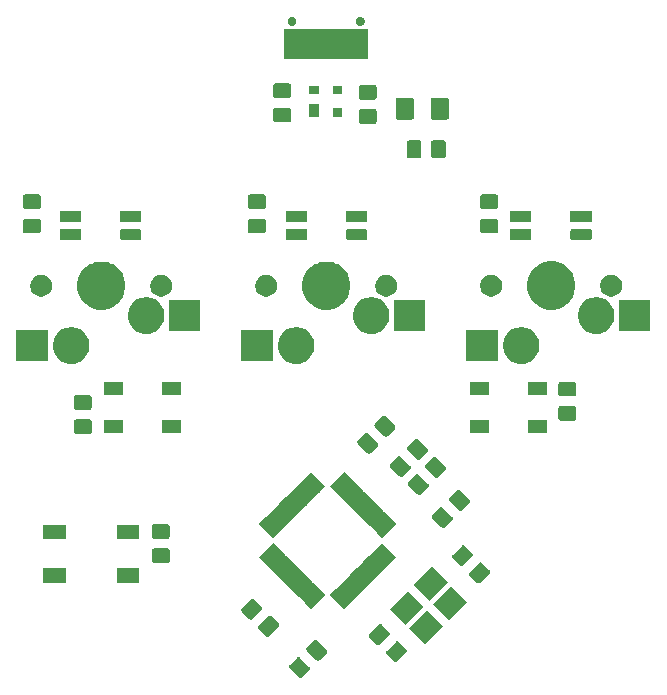
<source format=gbr>
G04 #@! TF.GenerationSoftware,KiCad,Pcbnew,(5.1.4)-1*
G04 #@! TF.CreationDate,2022-02-01T02:11:59+08:00*
G04 #@! TF.ProjectId,filled,66696c6c-6564-42e6-9b69-6361645f7063,rev?*
G04 #@! TF.SameCoordinates,Original*
G04 #@! TF.FileFunction,Soldermask,Bot*
G04 #@! TF.FilePolarity,Negative*
%FSLAX46Y46*%
G04 Gerber Fmt 4.6, Leading zero omitted, Abs format (unit mm)*
G04 Created by KiCad (PCBNEW (5.1.4)-1) date 2022-02-01 02:11:59*
%MOMM*%
%LPD*%
G04 APERTURE LIST*
%ADD10C,0.100000*%
G04 APERTURE END LIST*
D10*
G36*
X90830239Y-119054820D02*
G01*
X90867932Y-119066254D01*
X90902668Y-119084821D01*
X90937881Y-119113719D01*
X91706281Y-119882119D01*
X91735179Y-119917332D01*
X91753746Y-119952068D01*
X91765180Y-119989761D01*
X91769040Y-120028956D01*
X91765180Y-120068151D01*
X91753746Y-120105844D01*
X91735179Y-120140580D01*
X91706281Y-120175793D01*
X91114657Y-120767417D01*
X91079444Y-120796315D01*
X91044708Y-120814882D01*
X91007015Y-120826316D01*
X90967820Y-120830176D01*
X90928625Y-120826316D01*
X90890932Y-120814882D01*
X90856196Y-120796315D01*
X90820983Y-120767417D01*
X90052583Y-119999017D01*
X90023685Y-119963804D01*
X90005118Y-119929068D01*
X89993684Y-119891375D01*
X89989824Y-119852180D01*
X89993684Y-119812985D01*
X90005118Y-119775292D01*
X90023685Y-119740556D01*
X90052583Y-119705343D01*
X90644207Y-119113719D01*
X90679420Y-119084821D01*
X90714156Y-119066254D01*
X90751849Y-119054820D01*
X90791044Y-119050960D01*
X90830239Y-119054820D01*
X90830239Y-119054820D01*
G37*
G36*
X99187583Y-117732252D02*
G01*
X99225276Y-117743686D01*
X99260012Y-117762253D01*
X99295225Y-117791151D01*
X99886849Y-118382775D01*
X99915747Y-118417988D01*
X99934314Y-118452724D01*
X99945748Y-118490417D01*
X99949608Y-118529612D01*
X99945748Y-118568807D01*
X99934314Y-118606500D01*
X99915747Y-118641236D01*
X99886849Y-118676449D01*
X99118449Y-119444849D01*
X99083236Y-119473747D01*
X99048500Y-119492314D01*
X99010807Y-119503748D01*
X98971612Y-119507608D01*
X98932417Y-119503748D01*
X98894724Y-119492314D01*
X98859988Y-119473747D01*
X98824775Y-119444849D01*
X98233151Y-118853225D01*
X98204253Y-118818012D01*
X98185686Y-118783276D01*
X98174252Y-118745583D01*
X98170392Y-118706388D01*
X98174252Y-118667193D01*
X98185686Y-118629500D01*
X98204253Y-118594764D01*
X98233151Y-118559551D01*
X99001551Y-117791151D01*
X99036764Y-117762253D01*
X99071500Y-117743686D01*
X99109193Y-117732252D01*
X99148388Y-117728392D01*
X99187583Y-117732252D01*
X99187583Y-117732252D01*
G37*
G36*
X92279807Y-117605252D02*
G01*
X92317500Y-117616686D01*
X92352236Y-117635253D01*
X92387449Y-117664151D01*
X93155849Y-118432551D01*
X93184747Y-118467764D01*
X93203314Y-118502500D01*
X93214748Y-118540193D01*
X93218608Y-118579388D01*
X93214748Y-118618583D01*
X93203314Y-118656276D01*
X93184747Y-118691012D01*
X93155849Y-118726225D01*
X92564225Y-119317849D01*
X92529012Y-119346747D01*
X92494276Y-119365314D01*
X92456583Y-119376748D01*
X92417388Y-119380608D01*
X92378193Y-119376748D01*
X92340500Y-119365314D01*
X92305764Y-119346747D01*
X92270551Y-119317849D01*
X91502151Y-118549449D01*
X91473253Y-118514236D01*
X91454686Y-118479500D01*
X91443252Y-118441807D01*
X91439392Y-118402612D01*
X91443252Y-118363417D01*
X91454686Y-118325724D01*
X91473253Y-118290988D01*
X91502151Y-118255775D01*
X92093775Y-117664151D01*
X92128988Y-117635253D01*
X92163724Y-117616686D01*
X92201417Y-117605252D01*
X92240612Y-117601392D01*
X92279807Y-117605252D01*
X92279807Y-117605252D01*
G37*
G36*
X97738015Y-116282684D02*
G01*
X97775708Y-116294118D01*
X97810444Y-116312685D01*
X97845657Y-116341583D01*
X98437281Y-116933207D01*
X98466179Y-116968420D01*
X98484746Y-117003156D01*
X98496180Y-117040849D01*
X98500040Y-117080044D01*
X98496180Y-117119239D01*
X98484746Y-117156932D01*
X98466179Y-117191668D01*
X98437281Y-117226881D01*
X97668881Y-117995281D01*
X97633668Y-118024179D01*
X97598932Y-118042746D01*
X97561239Y-118054180D01*
X97522044Y-118058040D01*
X97482849Y-118054180D01*
X97445156Y-118042746D01*
X97410420Y-118024179D01*
X97375207Y-117995281D01*
X96783583Y-117403657D01*
X96754685Y-117368444D01*
X96736118Y-117333708D01*
X96724684Y-117296015D01*
X96720824Y-117256820D01*
X96724684Y-117217625D01*
X96736118Y-117179932D01*
X96754685Y-117145196D01*
X96783583Y-117109983D01*
X97551983Y-116341583D01*
X97587196Y-116312685D01*
X97621932Y-116294118D01*
X97659625Y-116282684D01*
X97698820Y-116278824D01*
X97738015Y-116282684D01*
X97738015Y-116282684D01*
G37*
G36*
X103014099Y-116420189D02*
G01*
X101457050Y-117977238D01*
X100112133Y-116632321D01*
X101669182Y-115075272D01*
X103014099Y-116420189D01*
X103014099Y-116420189D01*
G37*
G36*
X88392583Y-115573252D02*
G01*
X88430276Y-115584686D01*
X88465012Y-115603253D01*
X88500225Y-115632151D01*
X89091849Y-116223775D01*
X89120747Y-116258988D01*
X89139314Y-116293724D01*
X89150748Y-116331417D01*
X89154608Y-116370612D01*
X89150748Y-116409807D01*
X89139314Y-116447500D01*
X89120747Y-116482236D01*
X89091849Y-116517449D01*
X88323449Y-117285849D01*
X88288236Y-117314747D01*
X88253500Y-117333314D01*
X88215807Y-117344748D01*
X88176612Y-117348608D01*
X88137417Y-117344748D01*
X88099724Y-117333314D01*
X88064988Y-117314747D01*
X88029775Y-117285849D01*
X87438151Y-116694225D01*
X87409253Y-116659012D01*
X87390686Y-116624276D01*
X87379252Y-116586583D01*
X87375392Y-116547388D01*
X87379252Y-116508193D01*
X87390686Y-116470500D01*
X87409253Y-116435764D01*
X87438151Y-116400551D01*
X88206551Y-115632151D01*
X88241764Y-115603253D01*
X88276500Y-115584686D01*
X88314193Y-115573252D01*
X88353388Y-115569392D01*
X88392583Y-115573252D01*
X88392583Y-115573252D01*
G37*
G36*
X101387753Y-114793843D02*
G01*
X99830704Y-116350892D01*
X98485787Y-115005975D01*
X100042836Y-113448926D01*
X101387753Y-114793843D01*
X101387753Y-114793843D01*
G37*
G36*
X105064709Y-114369579D02*
G01*
X103507660Y-115926628D01*
X102162743Y-114581711D01*
X103719792Y-113024662D01*
X105064709Y-114369579D01*
X105064709Y-114369579D01*
G37*
G36*
X86943015Y-114123684D02*
G01*
X86980708Y-114135118D01*
X87015444Y-114153685D01*
X87050657Y-114182583D01*
X87642281Y-114774207D01*
X87671179Y-114809420D01*
X87689746Y-114844156D01*
X87701180Y-114881849D01*
X87705040Y-114921044D01*
X87701180Y-114960239D01*
X87689746Y-114997932D01*
X87671179Y-115032668D01*
X87642281Y-115067881D01*
X86873881Y-115836281D01*
X86838668Y-115865179D01*
X86803932Y-115883746D01*
X86766239Y-115895180D01*
X86727044Y-115899040D01*
X86687849Y-115895180D01*
X86650156Y-115883746D01*
X86615420Y-115865179D01*
X86580207Y-115836281D01*
X85988583Y-115244657D01*
X85959685Y-115209444D01*
X85941118Y-115174708D01*
X85929684Y-115137015D01*
X85925824Y-115097820D01*
X85929684Y-115058625D01*
X85941118Y-115020932D01*
X85959685Y-114986196D01*
X85988583Y-114950983D01*
X86756983Y-114182583D01*
X86792196Y-114153685D01*
X86826932Y-114135118D01*
X86864625Y-114123684D01*
X86903820Y-114119824D01*
X86943015Y-114123684D01*
X86943015Y-114123684D01*
G37*
G36*
X89099717Y-109847639D02*
G01*
X89099717Y-109847640D01*
X89115981Y-109863904D01*
X89115987Y-109863909D01*
X89204369Y-109952291D01*
X89204369Y-109952290D01*
X89665403Y-110413324D01*
X89665403Y-110413325D01*
X89753785Y-110501707D01*
X89753790Y-110501713D01*
X89770054Y-110517977D01*
X89770054Y-110517976D01*
X90231088Y-110979010D01*
X90231088Y-110979011D01*
X90335739Y-111083662D01*
X90335739Y-111083661D01*
X90796773Y-111544695D01*
X90796773Y-111544696D01*
X90901425Y-111649348D01*
X90901425Y-111649347D01*
X91362459Y-112110381D01*
X91362459Y-112110382D01*
X91467110Y-112215033D01*
X91467110Y-112215032D01*
X91928144Y-112676066D01*
X91928144Y-112676067D01*
X91944408Y-112692331D01*
X91944414Y-112692336D01*
X92032796Y-112780718D01*
X92032796Y-112780717D01*
X92493830Y-113241751D01*
X92493830Y-113241752D01*
X92582212Y-113330134D01*
X92582217Y-113330140D01*
X92598481Y-113346404D01*
X92598481Y-113346403D01*
X93059515Y-113807437D01*
X91856019Y-115010933D01*
X91394985Y-114549899D01*
X91394986Y-114549899D01*
X91306604Y-114461517D01*
X91306599Y-114461511D01*
X91290335Y-114445247D01*
X91290334Y-114445247D01*
X90829300Y-113984213D01*
X90829301Y-113984213D01*
X90813037Y-113967949D01*
X90813031Y-113967944D01*
X90724649Y-113879562D01*
X90724648Y-113879562D01*
X90263614Y-113418528D01*
X90263615Y-113418528D01*
X90158964Y-113313877D01*
X90158963Y-113313877D01*
X89697929Y-112852843D01*
X89697930Y-112852843D01*
X89593278Y-112748191D01*
X89593277Y-112748191D01*
X89132243Y-112287157D01*
X89132244Y-112287157D01*
X89027593Y-112182506D01*
X89027592Y-112182506D01*
X88566558Y-111721472D01*
X88566559Y-111721472D01*
X88478177Y-111633090D01*
X88478172Y-111633084D01*
X88461908Y-111616820D01*
X88461907Y-111616820D01*
X88000873Y-111155786D01*
X88000874Y-111155786D01*
X87984610Y-111139522D01*
X87984604Y-111139517D01*
X87896222Y-111051135D01*
X87896221Y-111051135D01*
X87435187Y-110590101D01*
X88638683Y-109386605D01*
X89099717Y-109847639D01*
X89099717Y-109847639D01*
G37*
G36*
X99069923Y-110590101D02*
G01*
X98608889Y-111051135D01*
X98504237Y-111155786D01*
X98043203Y-111616820D01*
X97938552Y-111721472D01*
X95780462Y-113879562D01*
X95675810Y-113984213D01*
X95214776Y-114445247D01*
X95110125Y-114549899D01*
X94649091Y-115010933D01*
X93445595Y-113807437D01*
X93906629Y-113346403D01*
X93906630Y-113346404D01*
X93922894Y-113330140D01*
X93922903Y-113330129D01*
X94011281Y-113241752D01*
X94011280Y-113241751D01*
X94472314Y-112780717D01*
X94472315Y-112780718D01*
X94560692Y-112692340D01*
X94560703Y-112692331D01*
X94576967Y-112676067D01*
X94576966Y-112676066D01*
X95038000Y-112215032D01*
X95038001Y-112215033D01*
X95126388Y-112126645D01*
X95142652Y-112110382D01*
X95142651Y-112110381D01*
X95603685Y-111649347D01*
X95603686Y-111649348D01*
X95708338Y-111544696D01*
X95708337Y-111544695D01*
X96169371Y-111083661D01*
X96169372Y-111083662D01*
X96257759Y-110995274D01*
X96274023Y-110979011D01*
X96274022Y-110979010D01*
X96735056Y-110517976D01*
X96735057Y-110517977D01*
X96751321Y-110501713D01*
X96751330Y-110501702D01*
X96839708Y-110413325D01*
X96839707Y-110413324D01*
X97300741Y-109952290D01*
X97300742Y-109952291D01*
X97389119Y-109863913D01*
X97389130Y-109863904D01*
X97405394Y-109847640D01*
X97405393Y-109847639D01*
X97866427Y-109386605D01*
X99069923Y-110590101D01*
X99069923Y-110590101D01*
G37*
G36*
X103438363Y-112743233D02*
G01*
X101881314Y-114300282D01*
X100536397Y-112955365D01*
X102093446Y-111398316D01*
X103438363Y-112743233D01*
X103438363Y-112743233D01*
G37*
G36*
X106225151Y-111053820D02*
G01*
X106262844Y-111065254D01*
X106297580Y-111083821D01*
X106332793Y-111112719D01*
X106924417Y-111704343D01*
X106953315Y-111739556D01*
X106971882Y-111774292D01*
X106983316Y-111811985D01*
X106987176Y-111851180D01*
X106983316Y-111890375D01*
X106971882Y-111928068D01*
X106953315Y-111962804D01*
X106924417Y-111998017D01*
X106156017Y-112766417D01*
X106120804Y-112795315D01*
X106086068Y-112813882D01*
X106048375Y-112825316D01*
X106009180Y-112829176D01*
X105969985Y-112825316D01*
X105932292Y-112813882D01*
X105897556Y-112795315D01*
X105862343Y-112766417D01*
X105270719Y-112174793D01*
X105241821Y-112139580D01*
X105223254Y-112104844D01*
X105211820Y-112067151D01*
X105207960Y-112027956D01*
X105211820Y-111988761D01*
X105223254Y-111951068D01*
X105241821Y-111916332D01*
X105270719Y-111881119D01*
X106039119Y-111112719D01*
X106074332Y-111083821D01*
X106109068Y-111065254D01*
X106146761Y-111053820D01*
X106185956Y-111049960D01*
X106225151Y-111053820D01*
X106225151Y-111053820D01*
G37*
G36*
X71078000Y-112759000D02*
G01*
X69176000Y-112759000D01*
X69176000Y-111557000D01*
X71078000Y-111557000D01*
X71078000Y-112759000D01*
X71078000Y-112759000D01*
G37*
G36*
X77278000Y-112759000D02*
G01*
X75376000Y-112759000D01*
X75376000Y-111557000D01*
X77278000Y-111557000D01*
X77278000Y-112759000D01*
X77278000Y-112759000D01*
G37*
G36*
X104775583Y-109604252D02*
G01*
X104813276Y-109615686D01*
X104848012Y-109634253D01*
X104883225Y-109663151D01*
X105474849Y-110254775D01*
X105503747Y-110289988D01*
X105522314Y-110324724D01*
X105533748Y-110362417D01*
X105537608Y-110401612D01*
X105533748Y-110440807D01*
X105522314Y-110478500D01*
X105503747Y-110513236D01*
X105474849Y-110548449D01*
X104706449Y-111316849D01*
X104671236Y-111345747D01*
X104636500Y-111364314D01*
X104598807Y-111375748D01*
X104559612Y-111379608D01*
X104520417Y-111375748D01*
X104482724Y-111364314D01*
X104447988Y-111345747D01*
X104412775Y-111316849D01*
X103821151Y-110725225D01*
X103792253Y-110690012D01*
X103773686Y-110655276D01*
X103762252Y-110617583D01*
X103758392Y-110578388D01*
X103762252Y-110539193D01*
X103773686Y-110501500D01*
X103792253Y-110466764D01*
X103821151Y-110431551D01*
X104589551Y-109663151D01*
X104624764Y-109634253D01*
X104659500Y-109615686D01*
X104697193Y-109604252D01*
X104736388Y-109600392D01*
X104775583Y-109604252D01*
X104775583Y-109604252D01*
G37*
G36*
X79709674Y-109868466D02*
G01*
X79747367Y-109879900D01*
X79782103Y-109898467D01*
X79812548Y-109923453D01*
X79837534Y-109953898D01*
X79856101Y-109988634D01*
X79867535Y-110026327D01*
X79872000Y-110071662D01*
X79872000Y-110908340D01*
X79867535Y-110953675D01*
X79856101Y-110991368D01*
X79837534Y-111026104D01*
X79812548Y-111056549D01*
X79782103Y-111081535D01*
X79747367Y-111100102D01*
X79709674Y-111111536D01*
X79664339Y-111116001D01*
X78577661Y-111116001D01*
X78532326Y-111111536D01*
X78494633Y-111100102D01*
X78459897Y-111081535D01*
X78429452Y-111056549D01*
X78404466Y-111026104D01*
X78385899Y-110991368D01*
X78374465Y-110953675D01*
X78370000Y-110908340D01*
X78370000Y-110071662D01*
X78374465Y-110026327D01*
X78385899Y-109988634D01*
X78404466Y-109953898D01*
X78429452Y-109923453D01*
X78459897Y-109898467D01*
X78494633Y-109879900D01*
X78532326Y-109868466D01*
X78577661Y-109864001D01*
X79664339Y-109864001D01*
X79709674Y-109868466D01*
X79709674Y-109868466D01*
G37*
G36*
X79709674Y-107818466D02*
G01*
X79747367Y-107829900D01*
X79782103Y-107848467D01*
X79812548Y-107873453D01*
X79837534Y-107903898D01*
X79856101Y-107938634D01*
X79867535Y-107976327D01*
X79872000Y-108021662D01*
X79872000Y-108858340D01*
X79867535Y-108903675D01*
X79856101Y-108941368D01*
X79837534Y-108976104D01*
X79812548Y-109006549D01*
X79782103Y-109031535D01*
X79747367Y-109050102D01*
X79709674Y-109061536D01*
X79664339Y-109066001D01*
X78577661Y-109066001D01*
X78532326Y-109061536D01*
X78494633Y-109050102D01*
X78459897Y-109031535D01*
X78429452Y-109006549D01*
X78404466Y-108976104D01*
X78385899Y-108941368D01*
X78374465Y-108903675D01*
X78370000Y-108858340D01*
X78370000Y-108021662D01*
X78374465Y-107976327D01*
X78385899Y-107938634D01*
X78404466Y-107903898D01*
X78429452Y-107873453D01*
X78459897Y-107848467D01*
X78494633Y-107829900D01*
X78532326Y-107818466D01*
X78577661Y-107814001D01*
X79664339Y-107814001D01*
X79709674Y-107818466D01*
X79709674Y-107818466D01*
G37*
G36*
X71078000Y-109059000D02*
G01*
X69176000Y-109059000D01*
X69176000Y-107857000D01*
X71078000Y-107857000D01*
X71078000Y-109059000D01*
X71078000Y-109059000D01*
G37*
G36*
X77278000Y-109059000D02*
G01*
X75376000Y-109059000D01*
X75376000Y-107857000D01*
X77278000Y-107857000D01*
X77278000Y-109059000D01*
X77278000Y-109059000D01*
G37*
G36*
X95110125Y-103837231D02*
G01*
X95110125Y-103837232D01*
X95198507Y-103925614D01*
X95198512Y-103925620D01*
X95214776Y-103941884D01*
X95214776Y-103941883D01*
X95675810Y-104402917D01*
X95675810Y-104402918D01*
X95692074Y-104419182D01*
X95692080Y-104419187D01*
X95780462Y-104507569D01*
X95780462Y-104507568D01*
X96241496Y-104968602D01*
X96241496Y-104968603D01*
X96346147Y-105073254D01*
X96346147Y-105073253D01*
X96807181Y-105534287D01*
X96807181Y-105534288D01*
X96911833Y-105638940D01*
X96911833Y-105638939D01*
X97372867Y-106099973D01*
X97372867Y-106099974D01*
X97477518Y-106204625D01*
X97477518Y-106204624D01*
X97938552Y-106665658D01*
X97938552Y-106665659D01*
X98026934Y-106754041D01*
X98026939Y-106754047D01*
X98043203Y-106770311D01*
X98043203Y-106770310D01*
X98504237Y-107231344D01*
X98504237Y-107231345D01*
X98520501Y-107247609D01*
X98520507Y-107247614D01*
X98608889Y-107335996D01*
X98608889Y-107335995D01*
X99069923Y-107797029D01*
X97866427Y-109000525D01*
X97405393Y-108539491D01*
X97405394Y-108539491D01*
X97389130Y-108523227D01*
X97389124Y-108523222D01*
X97300742Y-108434840D01*
X97300741Y-108434840D01*
X96839707Y-107973806D01*
X96839708Y-107973806D01*
X96751326Y-107885424D01*
X96751321Y-107885418D01*
X96735057Y-107869154D01*
X96735056Y-107869154D01*
X96274022Y-107408120D01*
X96274023Y-107408120D01*
X96169372Y-107303469D01*
X96169371Y-107303469D01*
X95708337Y-106842435D01*
X95708338Y-106842435D01*
X95603686Y-106737783D01*
X95603685Y-106737783D01*
X95142651Y-106276749D01*
X95142652Y-106276749D01*
X95038001Y-106172098D01*
X95038000Y-106172098D01*
X94576966Y-105711064D01*
X94576967Y-105711064D01*
X94560703Y-105694800D01*
X94560697Y-105694795D01*
X94472315Y-105606413D01*
X94472314Y-105606413D01*
X94011280Y-105145379D01*
X94011281Y-105145379D01*
X93922899Y-105056997D01*
X93922894Y-105056991D01*
X93906630Y-105040727D01*
X93906629Y-105040727D01*
X93445595Y-104579693D01*
X94649091Y-103376197D01*
X95110125Y-103837231D01*
X95110125Y-103837231D01*
G37*
G36*
X93059515Y-104579693D02*
G01*
X92582217Y-105056991D01*
X92493830Y-105145379D01*
X92032796Y-105606413D01*
X91944408Y-105694800D01*
X91467110Y-106172098D01*
X91378722Y-106260485D01*
X91362459Y-106276749D01*
X90335739Y-107303469D01*
X90247351Y-107391856D01*
X90231088Y-107408120D01*
X89753790Y-107885418D01*
X89665403Y-107973806D01*
X89204369Y-108434840D01*
X89115981Y-108523227D01*
X88638683Y-109000525D01*
X87435187Y-107797029D01*
X87896221Y-107335995D01*
X87896222Y-107335996D01*
X87984599Y-107247618D01*
X87984610Y-107247609D01*
X88000874Y-107231345D01*
X88000873Y-107231344D01*
X88461907Y-106770310D01*
X88461908Y-106770311D01*
X88478172Y-106754047D01*
X88478181Y-106754036D01*
X88566559Y-106665659D01*
X88566558Y-106665658D01*
X89027592Y-106204624D01*
X89027593Y-106204625D01*
X89132244Y-106099974D01*
X89132243Y-106099973D01*
X89593277Y-105638939D01*
X89593278Y-105638940D01*
X89697930Y-105534288D01*
X89697929Y-105534287D01*
X90158963Y-105073253D01*
X90158964Y-105073254D01*
X90263615Y-104968603D01*
X90263614Y-104968602D01*
X90724648Y-104507568D01*
X90724649Y-104507569D01*
X90813026Y-104419191D01*
X90813037Y-104419182D01*
X90829301Y-104402918D01*
X90829300Y-104402917D01*
X91290334Y-103941883D01*
X91290335Y-103941884D01*
X91306599Y-103925620D01*
X91306608Y-103925609D01*
X91394986Y-103837232D01*
X91394985Y-103837231D01*
X91856019Y-103376197D01*
X93059515Y-104579693D01*
X93059515Y-104579693D01*
G37*
G36*
X102895239Y-106354820D02*
G01*
X102932932Y-106366254D01*
X102967668Y-106384821D01*
X103002881Y-106413719D01*
X103771281Y-107182119D01*
X103800179Y-107217332D01*
X103818746Y-107252068D01*
X103830180Y-107289761D01*
X103834040Y-107328956D01*
X103830180Y-107368151D01*
X103818746Y-107405844D01*
X103800179Y-107440580D01*
X103771281Y-107475793D01*
X103179657Y-108067417D01*
X103144444Y-108096315D01*
X103109708Y-108114882D01*
X103072015Y-108126316D01*
X103032820Y-108130176D01*
X102993625Y-108126316D01*
X102955932Y-108114882D01*
X102921196Y-108096315D01*
X102885983Y-108067417D01*
X102117583Y-107299017D01*
X102088685Y-107263804D01*
X102070118Y-107229068D01*
X102058684Y-107191375D01*
X102054824Y-107152180D01*
X102058684Y-107112985D01*
X102070118Y-107075292D01*
X102088685Y-107040556D01*
X102117583Y-107005343D01*
X102709207Y-106413719D01*
X102744420Y-106384821D01*
X102779156Y-106366254D01*
X102816849Y-106354820D01*
X102856044Y-106350960D01*
X102895239Y-106354820D01*
X102895239Y-106354820D01*
G37*
G36*
X104344807Y-104905252D02*
G01*
X104382500Y-104916686D01*
X104417236Y-104935253D01*
X104452449Y-104964151D01*
X105220849Y-105732551D01*
X105249747Y-105767764D01*
X105268314Y-105802500D01*
X105279748Y-105840193D01*
X105283608Y-105879388D01*
X105279748Y-105918583D01*
X105268314Y-105956276D01*
X105249747Y-105991012D01*
X105220849Y-106026225D01*
X104629225Y-106617849D01*
X104594012Y-106646747D01*
X104559276Y-106665314D01*
X104521583Y-106676748D01*
X104482388Y-106680608D01*
X104443193Y-106676748D01*
X104405500Y-106665314D01*
X104370764Y-106646747D01*
X104335551Y-106617849D01*
X103567151Y-105849449D01*
X103538253Y-105814236D01*
X103519686Y-105779500D01*
X103508252Y-105741807D01*
X103504392Y-105702612D01*
X103508252Y-105663417D01*
X103519686Y-105625724D01*
X103538253Y-105590988D01*
X103567151Y-105555775D01*
X104158775Y-104964151D01*
X104193988Y-104935253D01*
X104228724Y-104916686D01*
X104266417Y-104905252D01*
X104305612Y-104901392D01*
X104344807Y-104905252D01*
X104344807Y-104905252D01*
G37*
G36*
X100863239Y-103560820D02*
G01*
X100900932Y-103572254D01*
X100935668Y-103590821D01*
X100970881Y-103619719D01*
X101739281Y-104388119D01*
X101768179Y-104423332D01*
X101786746Y-104458068D01*
X101798180Y-104495761D01*
X101802040Y-104534956D01*
X101798180Y-104574151D01*
X101786746Y-104611844D01*
X101768179Y-104646580D01*
X101739281Y-104681793D01*
X101147657Y-105273417D01*
X101112444Y-105302315D01*
X101077708Y-105320882D01*
X101040015Y-105332316D01*
X101000820Y-105336176D01*
X100961625Y-105332316D01*
X100923932Y-105320882D01*
X100889196Y-105302315D01*
X100853983Y-105273417D01*
X100085583Y-104505017D01*
X100056685Y-104469804D01*
X100038118Y-104435068D01*
X100026684Y-104397375D01*
X100022824Y-104358180D01*
X100026684Y-104318985D01*
X100038118Y-104281292D01*
X100056685Y-104246556D01*
X100085583Y-104211343D01*
X100677207Y-103619719D01*
X100712420Y-103590821D01*
X100747156Y-103572254D01*
X100784849Y-103560820D01*
X100824044Y-103556960D01*
X100863239Y-103560820D01*
X100863239Y-103560820D01*
G37*
G36*
X102312807Y-102111252D02*
G01*
X102350500Y-102122686D01*
X102385236Y-102141253D01*
X102420449Y-102170151D01*
X103188849Y-102938551D01*
X103217747Y-102973764D01*
X103236314Y-103008500D01*
X103247748Y-103046193D01*
X103251608Y-103085388D01*
X103247748Y-103124583D01*
X103236314Y-103162276D01*
X103217747Y-103197012D01*
X103188849Y-103232225D01*
X102597225Y-103823849D01*
X102562012Y-103852747D01*
X102527276Y-103871314D01*
X102489583Y-103882748D01*
X102450388Y-103886608D01*
X102411193Y-103882748D01*
X102373500Y-103871314D01*
X102338764Y-103852747D01*
X102303551Y-103823849D01*
X101535151Y-103055449D01*
X101506253Y-103020236D01*
X101487686Y-102985500D01*
X101476252Y-102947807D01*
X101472392Y-102908612D01*
X101476252Y-102869417D01*
X101487686Y-102831724D01*
X101506253Y-102796988D01*
X101535151Y-102761775D01*
X102126775Y-102170151D01*
X102161988Y-102141253D01*
X102196724Y-102122686D01*
X102234417Y-102111252D01*
X102273612Y-102107392D01*
X102312807Y-102111252D01*
X102312807Y-102111252D01*
G37*
G36*
X99339239Y-102036820D02*
G01*
X99376932Y-102048254D01*
X99411668Y-102066821D01*
X99446881Y-102095719D01*
X100215281Y-102864119D01*
X100244179Y-102899332D01*
X100262746Y-102934068D01*
X100274180Y-102971761D01*
X100278040Y-103010956D01*
X100274180Y-103050151D01*
X100262746Y-103087844D01*
X100244179Y-103122580D01*
X100215281Y-103157793D01*
X99623657Y-103749417D01*
X99588444Y-103778315D01*
X99553708Y-103796882D01*
X99516015Y-103808316D01*
X99476820Y-103812176D01*
X99437625Y-103808316D01*
X99399932Y-103796882D01*
X99365196Y-103778315D01*
X99329983Y-103749417D01*
X98561583Y-102981017D01*
X98532685Y-102945804D01*
X98514118Y-102911068D01*
X98502684Y-102873375D01*
X98498824Y-102834180D01*
X98502684Y-102794985D01*
X98514118Y-102757292D01*
X98532685Y-102722556D01*
X98561583Y-102687343D01*
X99153207Y-102095719D01*
X99188420Y-102066821D01*
X99223156Y-102048254D01*
X99260849Y-102036820D01*
X99300044Y-102032960D01*
X99339239Y-102036820D01*
X99339239Y-102036820D01*
G37*
G36*
X100788807Y-100587252D02*
G01*
X100826500Y-100598686D01*
X100861236Y-100617253D01*
X100896449Y-100646151D01*
X101664849Y-101414551D01*
X101693747Y-101449764D01*
X101712314Y-101484500D01*
X101723748Y-101522193D01*
X101727608Y-101561388D01*
X101723748Y-101600583D01*
X101712314Y-101638276D01*
X101693747Y-101673012D01*
X101664849Y-101708225D01*
X101073225Y-102299849D01*
X101038012Y-102328747D01*
X101003276Y-102347314D01*
X100965583Y-102358748D01*
X100926388Y-102362608D01*
X100887193Y-102358748D01*
X100849500Y-102347314D01*
X100814764Y-102328747D01*
X100779551Y-102299849D01*
X100011151Y-101531449D01*
X99982253Y-101496236D01*
X99963686Y-101461500D01*
X99952252Y-101423807D01*
X99948392Y-101384612D01*
X99952252Y-101345417D01*
X99963686Y-101307724D01*
X99982253Y-101272988D01*
X100011151Y-101237775D01*
X100602775Y-100646151D01*
X100637988Y-100617253D01*
X100672724Y-100598686D01*
X100710417Y-100587252D01*
X100749612Y-100583392D01*
X100788807Y-100587252D01*
X100788807Y-100587252D01*
G37*
G36*
X96597807Y-100079252D02*
G01*
X96635500Y-100090686D01*
X96670236Y-100109253D01*
X96705449Y-100138151D01*
X97473849Y-100906551D01*
X97502747Y-100941764D01*
X97521314Y-100976500D01*
X97532748Y-101014193D01*
X97536608Y-101053388D01*
X97532748Y-101092583D01*
X97521314Y-101130276D01*
X97502747Y-101165012D01*
X97473849Y-101200225D01*
X96882225Y-101791849D01*
X96847012Y-101820747D01*
X96812276Y-101839314D01*
X96774583Y-101850748D01*
X96735388Y-101854608D01*
X96696193Y-101850748D01*
X96658500Y-101839314D01*
X96623764Y-101820747D01*
X96588551Y-101791849D01*
X95820151Y-101023449D01*
X95791253Y-100988236D01*
X95772686Y-100953500D01*
X95761252Y-100915807D01*
X95757392Y-100876612D01*
X95761252Y-100837417D01*
X95772686Y-100799724D01*
X95791253Y-100764988D01*
X95820151Y-100729775D01*
X96411775Y-100138151D01*
X96446988Y-100109253D01*
X96481724Y-100090686D01*
X96519417Y-100079252D01*
X96558612Y-100075392D01*
X96597807Y-100079252D01*
X96597807Y-100079252D01*
G37*
G36*
X98047375Y-98629684D02*
G01*
X98085068Y-98641118D01*
X98119804Y-98659685D01*
X98155017Y-98688583D01*
X98923417Y-99456983D01*
X98952315Y-99492196D01*
X98970882Y-99526932D01*
X98982316Y-99564625D01*
X98986176Y-99603820D01*
X98982316Y-99643015D01*
X98970882Y-99680708D01*
X98952315Y-99715444D01*
X98923417Y-99750657D01*
X98331793Y-100342281D01*
X98296580Y-100371179D01*
X98261844Y-100389746D01*
X98224151Y-100401180D01*
X98184956Y-100405040D01*
X98145761Y-100401180D01*
X98108068Y-100389746D01*
X98073332Y-100371179D01*
X98038119Y-100342281D01*
X97269719Y-99573881D01*
X97240821Y-99538668D01*
X97222254Y-99503932D01*
X97210820Y-99466239D01*
X97206960Y-99427044D01*
X97210820Y-99387849D01*
X97222254Y-99350156D01*
X97240821Y-99315420D01*
X97269719Y-99280207D01*
X97861343Y-98688583D01*
X97896556Y-98659685D01*
X97931292Y-98641118D01*
X97968985Y-98629684D01*
X98008180Y-98625824D01*
X98047375Y-98629684D01*
X98047375Y-98629684D01*
G37*
G36*
X73105674Y-98946466D02*
G01*
X73143367Y-98957900D01*
X73178103Y-98976467D01*
X73208548Y-99001453D01*
X73233534Y-99031898D01*
X73252101Y-99066634D01*
X73263535Y-99104327D01*
X73268000Y-99149662D01*
X73268000Y-99986340D01*
X73263535Y-100031675D01*
X73252101Y-100069368D01*
X73233534Y-100104104D01*
X73208548Y-100134549D01*
X73178103Y-100159535D01*
X73143367Y-100178102D01*
X73105674Y-100189536D01*
X73060339Y-100194001D01*
X71973661Y-100194001D01*
X71928326Y-100189536D01*
X71890633Y-100178102D01*
X71855897Y-100159535D01*
X71825452Y-100134549D01*
X71800466Y-100104104D01*
X71781899Y-100069368D01*
X71770465Y-100031675D01*
X71766000Y-99986340D01*
X71766000Y-99149662D01*
X71770465Y-99104327D01*
X71781899Y-99066634D01*
X71800466Y-99031898D01*
X71825452Y-99001453D01*
X71855897Y-98976467D01*
X71890633Y-98957900D01*
X71928326Y-98946466D01*
X71973661Y-98942001D01*
X73060339Y-98942001D01*
X73105674Y-98946466D01*
X73105674Y-98946466D01*
G37*
G36*
X80848000Y-100068000D02*
G01*
X79246000Y-100068000D01*
X79246000Y-98966000D01*
X80848000Y-98966000D01*
X80848000Y-100068000D01*
X80848000Y-100068000D01*
G37*
G36*
X106936000Y-100068000D02*
G01*
X105334000Y-100068000D01*
X105334000Y-98966000D01*
X106936000Y-98966000D01*
X106936000Y-100068000D01*
X106936000Y-100068000D01*
G37*
G36*
X75948000Y-100068000D02*
G01*
X74346000Y-100068000D01*
X74346000Y-98966000D01*
X75948000Y-98966000D01*
X75948000Y-100068000D01*
X75948000Y-100068000D01*
G37*
G36*
X111836000Y-100068000D02*
G01*
X110234000Y-100068000D01*
X110234000Y-98966000D01*
X111836000Y-98966000D01*
X111836000Y-100068000D01*
X111836000Y-100068000D01*
G37*
G36*
X114126674Y-97803465D02*
G01*
X114164367Y-97814899D01*
X114199103Y-97833466D01*
X114229548Y-97858452D01*
X114254534Y-97888897D01*
X114273101Y-97923633D01*
X114284535Y-97961326D01*
X114289000Y-98006661D01*
X114289000Y-98843339D01*
X114284535Y-98888674D01*
X114273101Y-98926367D01*
X114254534Y-98961103D01*
X114229548Y-98991548D01*
X114199103Y-99016534D01*
X114164367Y-99035101D01*
X114126674Y-99046535D01*
X114081339Y-99051000D01*
X112994661Y-99051000D01*
X112949326Y-99046535D01*
X112911633Y-99035101D01*
X112876897Y-99016534D01*
X112846452Y-98991548D01*
X112821466Y-98961103D01*
X112802899Y-98926367D01*
X112791465Y-98888674D01*
X112787000Y-98843339D01*
X112787000Y-98006661D01*
X112791465Y-97961326D01*
X112802899Y-97923633D01*
X112821466Y-97888897D01*
X112846452Y-97858452D01*
X112876897Y-97833466D01*
X112911633Y-97814899D01*
X112949326Y-97803465D01*
X112994661Y-97799000D01*
X114081339Y-97799000D01*
X114126674Y-97803465D01*
X114126674Y-97803465D01*
G37*
G36*
X73105674Y-96896466D02*
G01*
X73143367Y-96907900D01*
X73178103Y-96926467D01*
X73208548Y-96951453D01*
X73233534Y-96981898D01*
X73252101Y-97016634D01*
X73263535Y-97054327D01*
X73268000Y-97099662D01*
X73268000Y-97936340D01*
X73263535Y-97981675D01*
X73252101Y-98019368D01*
X73233534Y-98054104D01*
X73208548Y-98084549D01*
X73178103Y-98109535D01*
X73143367Y-98128102D01*
X73105674Y-98139536D01*
X73060339Y-98144001D01*
X71973661Y-98144001D01*
X71928326Y-98139536D01*
X71890633Y-98128102D01*
X71855897Y-98109535D01*
X71825452Y-98084549D01*
X71800466Y-98054104D01*
X71781899Y-98019368D01*
X71770465Y-97981675D01*
X71766000Y-97936340D01*
X71766000Y-97099662D01*
X71770465Y-97054327D01*
X71781899Y-97016634D01*
X71800466Y-96981898D01*
X71825452Y-96951453D01*
X71855897Y-96926467D01*
X71890633Y-96907900D01*
X71928326Y-96896466D01*
X71973661Y-96892001D01*
X73060339Y-96892001D01*
X73105674Y-96896466D01*
X73105674Y-96896466D01*
G37*
G36*
X114126674Y-95753465D02*
G01*
X114164367Y-95764899D01*
X114199103Y-95783466D01*
X114229548Y-95808452D01*
X114254534Y-95838897D01*
X114273101Y-95873633D01*
X114284535Y-95911326D01*
X114289000Y-95956661D01*
X114289000Y-96793339D01*
X114284535Y-96838674D01*
X114273101Y-96876367D01*
X114254534Y-96911103D01*
X114229548Y-96941548D01*
X114199103Y-96966534D01*
X114164367Y-96985101D01*
X114126674Y-96996535D01*
X114081339Y-97001000D01*
X112994661Y-97001000D01*
X112949326Y-96996535D01*
X112911633Y-96985101D01*
X112876897Y-96966534D01*
X112846452Y-96941548D01*
X112821466Y-96911103D01*
X112802899Y-96876367D01*
X112791465Y-96838674D01*
X112787000Y-96793339D01*
X112787000Y-95956661D01*
X112791465Y-95911326D01*
X112802899Y-95873633D01*
X112821466Y-95838897D01*
X112846452Y-95808452D01*
X112876897Y-95783466D01*
X112911633Y-95764899D01*
X112949326Y-95753465D01*
X112994661Y-95749000D01*
X114081339Y-95749000D01*
X114126674Y-95753465D01*
X114126674Y-95753465D01*
G37*
G36*
X75948000Y-96868000D02*
G01*
X74346000Y-96868000D01*
X74346000Y-95766000D01*
X75948000Y-95766000D01*
X75948000Y-96868000D01*
X75948000Y-96868000D01*
G37*
G36*
X111836000Y-96868000D02*
G01*
X110234000Y-96868000D01*
X110234000Y-95766000D01*
X111836000Y-95766000D01*
X111836000Y-96868000D01*
X111836000Y-96868000D01*
G37*
G36*
X80848000Y-96868000D02*
G01*
X79246000Y-96868000D01*
X79246000Y-95766000D01*
X80848000Y-95766000D01*
X80848000Y-96868000D01*
X80848000Y-96868000D01*
G37*
G36*
X106936000Y-96868000D02*
G01*
X105334000Y-96868000D01*
X105334000Y-95766000D01*
X106936000Y-95766000D01*
X106936000Y-96868000D01*
X106936000Y-96868000D01*
G37*
G36*
X71832585Y-91188802D02*
G01*
X71982410Y-91218604D01*
X72264674Y-91335521D01*
X72518705Y-91505259D01*
X72734741Y-91721295D01*
X72904479Y-91975326D01*
X73021396Y-92257590D01*
X73081000Y-92557240D01*
X73081000Y-92862760D01*
X73021396Y-93162410D01*
X72904479Y-93444674D01*
X72734741Y-93698705D01*
X72518705Y-93914741D01*
X72264674Y-94084479D01*
X71982410Y-94201396D01*
X71832585Y-94231198D01*
X71682761Y-94261000D01*
X71377239Y-94261000D01*
X71227415Y-94231198D01*
X71077590Y-94201396D01*
X70795326Y-94084479D01*
X70541295Y-93914741D01*
X70325259Y-93698705D01*
X70155521Y-93444674D01*
X70038604Y-93162410D01*
X69979000Y-92862760D01*
X69979000Y-92557240D01*
X70038604Y-92257590D01*
X70155521Y-91975326D01*
X70325259Y-91721295D01*
X70541295Y-91505259D01*
X70795326Y-91335521D01*
X71077590Y-91218604D01*
X71227415Y-91188802D01*
X71377239Y-91159000D01*
X71682761Y-91159000D01*
X71832585Y-91188802D01*
X71832585Y-91188802D01*
G37*
G36*
X90883585Y-91188802D02*
G01*
X91033410Y-91218604D01*
X91315674Y-91335521D01*
X91569705Y-91505259D01*
X91785741Y-91721295D01*
X91955479Y-91975326D01*
X92072396Y-92257590D01*
X92132000Y-92557240D01*
X92132000Y-92862760D01*
X92072396Y-93162410D01*
X91955479Y-93444674D01*
X91785741Y-93698705D01*
X91569705Y-93914741D01*
X91315674Y-94084479D01*
X91033410Y-94201396D01*
X90883585Y-94231198D01*
X90733761Y-94261000D01*
X90428239Y-94261000D01*
X90278415Y-94231198D01*
X90128590Y-94201396D01*
X89846326Y-94084479D01*
X89592295Y-93914741D01*
X89376259Y-93698705D01*
X89206521Y-93444674D01*
X89089604Y-93162410D01*
X89030000Y-92862760D01*
X89030000Y-92557240D01*
X89089604Y-92257590D01*
X89206521Y-91975326D01*
X89376259Y-91721295D01*
X89592295Y-91505259D01*
X89846326Y-91335521D01*
X90128590Y-91218604D01*
X90278415Y-91188802D01*
X90428239Y-91159000D01*
X90733761Y-91159000D01*
X90883585Y-91188802D01*
X90883585Y-91188802D01*
G37*
G36*
X109932585Y-91178802D02*
G01*
X110082410Y-91208604D01*
X110364674Y-91325521D01*
X110618705Y-91495259D01*
X110834741Y-91711295D01*
X111004479Y-91965326D01*
X111121396Y-92247590D01*
X111181000Y-92547240D01*
X111181000Y-92852760D01*
X111121396Y-93152410D01*
X111004479Y-93434674D01*
X110834741Y-93688705D01*
X110618705Y-93904741D01*
X110364674Y-94074479D01*
X110082410Y-94191396D01*
X109932585Y-94221198D01*
X109782761Y-94251000D01*
X109477239Y-94251000D01*
X109327415Y-94221198D01*
X109177590Y-94191396D01*
X108895326Y-94074479D01*
X108641295Y-93904741D01*
X108425259Y-93688705D01*
X108255521Y-93434674D01*
X108138604Y-93152410D01*
X108079000Y-92852760D01*
X108079000Y-92547240D01*
X108138604Y-92247590D01*
X108255521Y-91965326D01*
X108425259Y-91711295D01*
X108641295Y-91495259D01*
X108895326Y-91325521D01*
X109177590Y-91208604D01*
X109327415Y-91178802D01*
X109477239Y-91149000D01*
X109782761Y-91149000D01*
X109932585Y-91178802D01*
X109932585Y-91178802D01*
G37*
G36*
X88605000Y-94011000D02*
G01*
X85953000Y-94011000D01*
X85953000Y-91409000D01*
X88605000Y-91409000D01*
X88605000Y-94011000D01*
X88605000Y-94011000D01*
G37*
G36*
X69554000Y-94011000D02*
G01*
X66902000Y-94011000D01*
X66902000Y-91409000D01*
X69554000Y-91409000D01*
X69554000Y-94011000D01*
X69554000Y-94011000D01*
G37*
G36*
X107654000Y-94001000D02*
G01*
X105002000Y-94001000D01*
X105002000Y-91399000D01*
X107654000Y-91399000D01*
X107654000Y-94001000D01*
X107654000Y-94001000D01*
G37*
G36*
X78182585Y-88648802D02*
G01*
X78332410Y-88678604D01*
X78614674Y-88795521D01*
X78868705Y-88965259D01*
X79084741Y-89181295D01*
X79254479Y-89435326D01*
X79371396Y-89717590D01*
X79431000Y-90017240D01*
X79431000Y-90322760D01*
X79371396Y-90622410D01*
X79254479Y-90904674D01*
X79084741Y-91158705D01*
X78868705Y-91374741D01*
X78614674Y-91544479D01*
X78332410Y-91661396D01*
X78182585Y-91691198D01*
X78032761Y-91721000D01*
X77727239Y-91721000D01*
X77577415Y-91691198D01*
X77427590Y-91661396D01*
X77145326Y-91544479D01*
X76891295Y-91374741D01*
X76675259Y-91158705D01*
X76505521Y-90904674D01*
X76388604Y-90622410D01*
X76329000Y-90322760D01*
X76329000Y-90017240D01*
X76388604Y-89717590D01*
X76505521Y-89435326D01*
X76675259Y-89181295D01*
X76891295Y-88965259D01*
X77145326Y-88795521D01*
X77427590Y-88678604D01*
X77577415Y-88648802D01*
X77727239Y-88619000D01*
X78032761Y-88619000D01*
X78182585Y-88648802D01*
X78182585Y-88648802D01*
G37*
G36*
X97233585Y-88648802D02*
G01*
X97383410Y-88678604D01*
X97665674Y-88795521D01*
X97919705Y-88965259D01*
X98135741Y-89181295D01*
X98305479Y-89435326D01*
X98422396Y-89717590D01*
X98482000Y-90017240D01*
X98482000Y-90322760D01*
X98422396Y-90622410D01*
X98305479Y-90904674D01*
X98135741Y-91158705D01*
X97919705Y-91374741D01*
X97665674Y-91544479D01*
X97383410Y-91661396D01*
X97233585Y-91691198D01*
X97083761Y-91721000D01*
X96778239Y-91721000D01*
X96628415Y-91691198D01*
X96478590Y-91661396D01*
X96196326Y-91544479D01*
X95942295Y-91374741D01*
X95726259Y-91158705D01*
X95556521Y-90904674D01*
X95439604Y-90622410D01*
X95380000Y-90322760D01*
X95380000Y-90017240D01*
X95439604Y-89717590D01*
X95556521Y-89435326D01*
X95726259Y-89181295D01*
X95942295Y-88965259D01*
X96196326Y-88795521D01*
X96478590Y-88678604D01*
X96628415Y-88648802D01*
X96778239Y-88619000D01*
X97083761Y-88619000D01*
X97233585Y-88648802D01*
X97233585Y-88648802D01*
G37*
G36*
X116282585Y-88638802D02*
G01*
X116432410Y-88668604D01*
X116714674Y-88785521D01*
X116968705Y-88955259D01*
X117184741Y-89171295D01*
X117354479Y-89425326D01*
X117471396Y-89707590D01*
X117531000Y-90007240D01*
X117531000Y-90312760D01*
X117471396Y-90612410D01*
X117354479Y-90894674D01*
X117184741Y-91148705D01*
X116968705Y-91364741D01*
X116714674Y-91534479D01*
X116432410Y-91651396D01*
X116282585Y-91681198D01*
X116132761Y-91711000D01*
X115827239Y-91711000D01*
X115677415Y-91681198D01*
X115527590Y-91651396D01*
X115245326Y-91534479D01*
X114991295Y-91364741D01*
X114775259Y-91148705D01*
X114605521Y-90894674D01*
X114488604Y-90612410D01*
X114429000Y-90312760D01*
X114429000Y-90007240D01*
X114488604Y-89707590D01*
X114605521Y-89425326D01*
X114775259Y-89171295D01*
X114991295Y-88955259D01*
X115245326Y-88785521D01*
X115527590Y-88668604D01*
X115677415Y-88638802D01*
X115827239Y-88609000D01*
X116132761Y-88609000D01*
X116282585Y-88638802D01*
X116282585Y-88638802D01*
G37*
G36*
X82481000Y-91471000D02*
G01*
X79829000Y-91471000D01*
X79829000Y-88869000D01*
X82481000Y-88869000D01*
X82481000Y-91471000D01*
X82481000Y-91471000D01*
G37*
G36*
X101532000Y-91471000D02*
G01*
X98880000Y-91471000D01*
X98880000Y-88869000D01*
X101532000Y-88869000D01*
X101532000Y-91471000D01*
X101532000Y-91471000D01*
G37*
G36*
X120581000Y-91461000D02*
G01*
X117929000Y-91461000D01*
X117929000Y-88859000D01*
X120581000Y-88859000D01*
X120581000Y-91461000D01*
X120581000Y-91461000D01*
G37*
G36*
X74666474Y-85663684D02*
G01*
X74884474Y-85753983D01*
X75038623Y-85817833D01*
X75373548Y-86041623D01*
X75658377Y-86326452D01*
X75882167Y-86661377D01*
X75914562Y-86739586D01*
X76036316Y-87033526D01*
X76114900Y-87428594D01*
X76114900Y-87831406D01*
X76036316Y-88226474D01*
X75985451Y-88349272D01*
X75882167Y-88598623D01*
X75658377Y-88933548D01*
X75373548Y-89218377D01*
X75038623Y-89442167D01*
X74884474Y-89506017D01*
X74666474Y-89596316D01*
X74271406Y-89674900D01*
X73868594Y-89674900D01*
X73473526Y-89596316D01*
X73255526Y-89506017D01*
X73101377Y-89442167D01*
X72766452Y-89218377D01*
X72481623Y-88933548D01*
X72257833Y-88598623D01*
X72154549Y-88349272D01*
X72103684Y-88226474D01*
X72025100Y-87831406D01*
X72025100Y-87428594D01*
X72103684Y-87033526D01*
X72225438Y-86739586D01*
X72257833Y-86661377D01*
X72481623Y-86326452D01*
X72766452Y-86041623D01*
X73101377Y-85817833D01*
X73255526Y-85753983D01*
X73473526Y-85663684D01*
X73868594Y-85585100D01*
X74271406Y-85585100D01*
X74666474Y-85663684D01*
X74666474Y-85663684D01*
G37*
G36*
X93717474Y-85663684D02*
G01*
X93935474Y-85753983D01*
X94089623Y-85817833D01*
X94424548Y-86041623D01*
X94709377Y-86326452D01*
X94933167Y-86661377D01*
X94965562Y-86739586D01*
X95087316Y-87033526D01*
X95165900Y-87428594D01*
X95165900Y-87831406D01*
X95087316Y-88226474D01*
X95036451Y-88349272D01*
X94933167Y-88598623D01*
X94709377Y-88933548D01*
X94424548Y-89218377D01*
X94089623Y-89442167D01*
X93935474Y-89506017D01*
X93717474Y-89596316D01*
X93322406Y-89674900D01*
X92919594Y-89674900D01*
X92524526Y-89596316D01*
X92306526Y-89506017D01*
X92152377Y-89442167D01*
X91817452Y-89218377D01*
X91532623Y-88933548D01*
X91308833Y-88598623D01*
X91205549Y-88349272D01*
X91154684Y-88226474D01*
X91076100Y-87831406D01*
X91076100Y-87428594D01*
X91154684Y-87033526D01*
X91276438Y-86739586D01*
X91308833Y-86661377D01*
X91532623Y-86326452D01*
X91817452Y-86041623D01*
X92152377Y-85817833D01*
X92306526Y-85753983D01*
X92524526Y-85663684D01*
X92919594Y-85585100D01*
X93322406Y-85585100D01*
X93717474Y-85663684D01*
X93717474Y-85663684D01*
G37*
G36*
X112766474Y-85653684D02*
G01*
X112984474Y-85743983D01*
X113138623Y-85807833D01*
X113473548Y-86031623D01*
X113758377Y-86316452D01*
X113982167Y-86651377D01*
X114014562Y-86729586D01*
X114136316Y-87023526D01*
X114214900Y-87418594D01*
X114214900Y-87821406D01*
X114136316Y-88216474D01*
X114081309Y-88349272D01*
X113982167Y-88588623D01*
X113758377Y-88923548D01*
X113473548Y-89208377D01*
X113138623Y-89432167D01*
X112984474Y-89496017D01*
X112766474Y-89586316D01*
X112371406Y-89664900D01*
X111968594Y-89664900D01*
X111573526Y-89586316D01*
X111355526Y-89496017D01*
X111201377Y-89432167D01*
X110866452Y-89208377D01*
X110581623Y-88923548D01*
X110357833Y-88588623D01*
X110258691Y-88349272D01*
X110203684Y-88216474D01*
X110125100Y-87821406D01*
X110125100Y-87418594D01*
X110203684Y-87023526D01*
X110325438Y-86729586D01*
X110357833Y-86651377D01*
X110581623Y-86316452D01*
X110866452Y-86031623D01*
X111201377Y-85807833D01*
X111355526Y-85743983D01*
X111573526Y-85653684D01*
X111968594Y-85575100D01*
X112371406Y-85575100D01*
X112766474Y-85653684D01*
X112766474Y-85653684D01*
G37*
G36*
X69260104Y-86739585D02*
G01*
X69428626Y-86809389D01*
X69580291Y-86910728D01*
X69709272Y-87039709D01*
X69810611Y-87191374D01*
X69880415Y-87359896D01*
X69916000Y-87538797D01*
X69916000Y-87721203D01*
X69880415Y-87900104D01*
X69810611Y-88068626D01*
X69709272Y-88220291D01*
X69580291Y-88349272D01*
X69428626Y-88450611D01*
X69260104Y-88520415D01*
X69081203Y-88556000D01*
X68898797Y-88556000D01*
X68719896Y-88520415D01*
X68551374Y-88450611D01*
X68399709Y-88349272D01*
X68270728Y-88220291D01*
X68169389Y-88068626D01*
X68099585Y-87900104D01*
X68064000Y-87721203D01*
X68064000Y-87538797D01*
X68099585Y-87359896D01*
X68169389Y-87191374D01*
X68270728Y-87039709D01*
X68399709Y-86910728D01*
X68551374Y-86809389D01*
X68719896Y-86739585D01*
X68898797Y-86704000D01*
X69081203Y-86704000D01*
X69260104Y-86739585D01*
X69260104Y-86739585D01*
G37*
G36*
X79420104Y-86739585D02*
G01*
X79588626Y-86809389D01*
X79740291Y-86910728D01*
X79869272Y-87039709D01*
X79970611Y-87191374D01*
X80040415Y-87359896D01*
X80076000Y-87538797D01*
X80076000Y-87721203D01*
X80040415Y-87900104D01*
X79970611Y-88068626D01*
X79869272Y-88220291D01*
X79740291Y-88349272D01*
X79588626Y-88450611D01*
X79420104Y-88520415D01*
X79241203Y-88556000D01*
X79058797Y-88556000D01*
X78879896Y-88520415D01*
X78711374Y-88450611D01*
X78559709Y-88349272D01*
X78430728Y-88220291D01*
X78329389Y-88068626D01*
X78259585Y-87900104D01*
X78224000Y-87721203D01*
X78224000Y-87538797D01*
X78259585Y-87359896D01*
X78329389Y-87191374D01*
X78430728Y-87039709D01*
X78559709Y-86910728D01*
X78711374Y-86809389D01*
X78879896Y-86739585D01*
X79058797Y-86704000D01*
X79241203Y-86704000D01*
X79420104Y-86739585D01*
X79420104Y-86739585D01*
G37*
G36*
X98471104Y-86739585D02*
G01*
X98639626Y-86809389D01*
X98791291Y-86910728D01*
X98920272Y-87039709D01*
X99021611Y-87191374D01*
X99091415Y-87359896D01*
X99127000Y-87538797D01*
X99127000Y-87721203D01*
X99091415Y-87900104D01*
X99021611Y-88068626D01*
X98920272Y-88220291D01*
X98791291Y-88349272D01*
X98639626Y-88450611D01*
X98471104Y-88520415D01*
X98292203Y-88556000D01*
X98109797Y-88556000D01*
X97930896Y-88520415D01*
X97762374Y-88450611D01*
X97610709Y-88349272D01*
X97481728Y-88220291D01*
X97380389Y-88068626D01*
X97310585Y-87900104D01*
X97275000Y-87721203D01*
X97275000Y-87538797D01*
X97310585Y-87359896D01*
X97380389Y-87191374D01*
X97481728Y-87039709D01*
X97610709Y-86910728D01*
X97762374Y-86809389D01*
X97930896Y-86739585D01*
X98109797Y-86704000D01*
X98292203Y-86704000D01*
X98471104Y-86739585D01*
X98471104Y-86739585D01*
G37*
G36*
X88311104Y-86739585D02*
G01*
X88479626Y-86809389D01*
X88631291Y-86910728D01*
X88760272Y-87039709D01*
X88861611Y-87191374D01*
X88931415Y-87359896D01*
X88967000Y-87538797D01*
X88967000Y-87721203D01*
X88931415Y-87900104D01*
X88861611Y-88068626D01*
X88760272Y-88220291D01*
X88631291Y-88349272D01*
X88479626Y-88450611D01*
X88311104Y-88520415D01*
X88132203Y-88556000D01*
X87949797Y-88556000D01*
X87770896Y-88520415D01*
X87602374Y-88450611D01*
X87450709Y-88349272D01*
X87321728Y-88220291D01*
X87220389Y-88068626D01*
X87150585Y-87900104D01*
X87115000Y-87721203D01*
X87115000Y-87538797D01*
X87150585Y-87359896D01*
X87220389Y-87191374D01*
X87321728Y-87039709D01*
X87450709Y-86910728D01*
X87602374Y-86809389D01*
X87770896Y-86739585D01*
X87949797Y-86704000D01*
X88132203Y-86704000D01*
X88311104Y-86739585D01*
X88311104Y-86739585D01*
G37*
G36*
X107360104Y-86729585D02*
G01*
X107528626Y-86799389D01*
X107680291Y-86900728D01*
X107809272Y-87029709D01*
X107910611Y-87181374D01*
X107980415Y-87349896D01*
X108016000Y-87528797D01*
X108016000Y-87711203D01*
X107980415Y-87890104D01*
X107910611Y-88058626D01*
X107809272Y-88210291D01*
X107680291Y-88339272D01*
X107528626Y-88440611D01*
X107360104Y-88510415D01*
X107181203Y-88546000D01*
X106998797Y-88546000D01*
X106819896Y-88510415D01*
X106651374Y-88440611D01*
X106499709Y-88339272D01*
X106370728Y-88210291D01*
X106269389Y-88058626D01*
X106199585Y-87890104D01*
X106164000Y-87711203D01*
X106164000Y-87528797D01*
X106199585Y-87349896D01*
X106269389Y-87181374D01*
X106370728Y-87029709D01*
X106499709Y-86900728D01*
X106651374Y-86799389D01*
X106819896Y-86729585D01*
X106998797Y-86694000D01*
X107181203Y-86694000D01*
X107360104Y-86729585D01*
X107360104Y-86729585D01*
G37*
G36*
X117520104Y-86729585D02*
G01*
X117688626Y-86799389D01*
X117840291Y-86900728D01*
X117969272Y-87029709D01*
X118070611Y-87181374D01*
X118140415Y-87349896D01*
X118176000Y-87528797D01*
X118176000Y-87711203D01*
X118140415Y-87890104D01*
X118070611Y-88058626D01*
X117969272Y-88210291D01*
X117840291Y-88339272D01*
X117688626Y-88440611D01*
X117520104Y-88510415D01*
X117341203Y-88546000D01*
X117158797Y-88546000D01*
X116979896Y-88510415D01*
X116811374Y-88440611D01*
X116659709Y-88339272D01*
X116530728Y-88210291D01*
X116429389Y-88058626D01*
X116359585Y-87890104D01*
X116324000Y-87711203D01*
X116324000Y-87528797D01*
X116359585Y-87349896D01*
X116429389Y-87181374D01*
X116530728Y-87029709D01*
X116659709Y-86900728D01*
X116811374Y-86799389D01*
X116979896Y-86729585D01*
X117158797Y-86694000D01*
X117341203Y-86694000D01*
X117520104Y-86729585D01*
X117520104Y-86729585D01*
G37*
G36*
X91501000Y-83761000D02*
G01*
X89699000Y-83761000D01*
X89699000Y-82839000D01*
X91501000Y-82839000D01*
X91501000Y-83761000D01*
X91501000Y-83761000D01*
G37*
G36*
X77335657Y-82842821D02*
G01*
X77367062Y-82852348D01*
X77395999Y-82867815D01*
X77421367Y-82888633D01*
X77442185Y-82914001D01*
X77457652Y-82942938D01*
X77467179Y-82974343D01*
X77471000Y-83013140D01*
X77471000Y-83586860D01*
X77467179Y-83625657D01*
X77457652Y-83657062D01*
X77442185Y-83685999D01*
X77421367Y-83711367D01*
X77395999Y-83732185D01*
X77367062Y-83747652D01*
X77335657Y-83757179D01*
X77296860Y-83761000D01*
X75843140Y-83761000D01*
X75804343Y-83757179D01*
X75772938Y-83747652D01*
X75744001Y-83732185D01*
X75718633Y-83711367D01*
X75697815Y-83685999D01*
X75682348Y-83657062D01*
X75672821Y-83625657D01*
X75669000Y-83586860D01*
X75669000Y-83013140D01*
X75672821Y-82974343D01*
X75682348Y-82942938D01*
X75697815Y-82914001D01*
X75718633Y-82888633D01*
X75744001Y-82867815D01*
X75772938Y-82852348D01*
X75804343Y-82842821D01*
X75843140Y-82839000D01*
X77296860Y-82839000D01*
X77335657Y-82842821D01*
X77335657Y-82842821D01*
G37*
G36*
X72371000Y-83761000D02*
G01*
X70569000Y-83761000D01*
X70569000Y-82839000D01*
X72371000Y-82839000D01*
X72371000Y-83761000D01*
X72371000Y-83761000D01*
G37*
G36*
X96465657Y-82842821D02*
G01*
X96497062Y-82852348D01*
X96525999Y-82867815D01*
X96551367Y-82888633D01*
X96572185Y-82914001D01*
X96587652Y-82942938D01*
X96597179Y-82974343D01*
X96601000Y-83013140D01*
X96601000Y-83586860D01*
X96597179Y-83625657D01*
X96587652Y-83657062D01*
X96572185Y-83685999D01*
X96551367Y-83711367D01*
X96525999Y-83732185D01*
X96497062Y-83747652D01*
X96465657Y-83757179D01*
X96426860Y-83761000D01*
X94973140Y-83761000D01*
X94934343Y-83757179D01*
X94902938Y-83747652D01*
X94874001Y-83732185D01*
X94848633Y-83711367D01*
X94827815Y-83685999D01*
X94812348Y-83657062D01*
X94802821Y-83625657D01*
X94799000Y-83586860D01*
X94799000Y-83013140D01*
X94802821Y-82974343D01*
X94812348Y-82942938D01*
X94827815Y-82914001D01*
X94848633Y-82888633D01*
X94874001Y-82867815D01*
X94902938Y-82852348D01*
X94934343Y-82842821D01*
X94973140Y-82839000D01*
X96426860Y-82839000D01*
X96465657Y-82842821D01*
X96465657Y-82842821D01*
G37*
G36*
X110501000Y-83751000D02*
G01*
X108699000Y-83751000D01*
X108699000Y-82829000D01*
X110501000Y-82829000D01*
X110501000Y-83751000D01*
X110501000Y-83751000D01*
G37*
G36*
X115465657Y-82832821D02*
G01*
X115497062Y-82842348D01*
X115525999Y-82857815D01*
X115551367Y-82878633D01*
X115572185Y-82904001D01*
X115587652Y-82932938D01*
X115597179Y-82964343D01*
X115601000Y-83003140D01*
X115601000Y-83576860D01*
X115597179Y-83615657D01*
X115587652Y-83647062D01*
X115572185Y-83675999D01*
X115551367Y-83701367D01*
X115525999Y-83722185D01*
X115497062Y-83737652D01*
X115465657Y-83747179D01*
X115426860Y-83751000D01*
X113973140Y-83751000D01*
X113934343Y-83747179D01*
X113902938Y-83737652D01*
X113874001Y-83722185D01*
X113848633Y-83701367D01*
X113827815Y-83675999D01*
X113812348Y-83647062D01*
X113802821Y-83615657D01*
X113799000Y-83576860D01*
X113799000Y-83003140D01*
X113802821Y-82964343D01*
X113812348Y-82932938D01*
X113827815Y-82904001D01*
X113848633Y-82878633D01*
X113874001Y-82857815D01*
X113902938Y-82842348D01*
X113934343Y-82832821D01*
X113973140Y-82829000D01*
X115426860Y-82829000D01*
X115465657Y-82832821D01*
X115465657Y-82832821D01*
G37*
G36*
X107522674Y-81946465D02*
G01*
X107560367Y-81957899D01*
X107595103Y-81976466D01*
X107625548Y-82001452D01*
X107650534Y-82031897D01*
X107669101Y-82066633D01*
X107680535Y-82104326D01*
X107685000Y-82149661D01*
X107685000Y-82986339D01*
X107680535Y-83031674D01*
X107669101Y-83069367D01*
X107650534Y-83104103D01*
X107625548Y-83134548D01*
X107595103Y-83159534D01*
X107560367Y-83178101D01*
X107522674Y-83189535D01*
X107477339Y-83194000D01*
X106390661Y-83194000D01*
X106345326Y-83189535D01*
X106307633Y-83178101D01*
X106272897Y-83159534D01*
X106242452Y-83134548D01*
X106217466Y-83104103D01*
X106198899Y-83069367D01*
X106187465Y-83031674D01*
X106183000Y-82986339D01*
X106183000Y-82149661D01*
X106187465Y-82104326D01*
X106198899Y-82066633D01*
X106217466Y-82031897D01*
X106242452Y-82001452D01*
X106272897Y-81976466D01*
X106307633Y-81957899D01*
X106345326Y-81946465D01*
X106390661Y-81942000D01*
X107477339Y-81942000D01*
X107522674Y-81946465D01*
X107522674Y-81946465D01*
G37*
G36*
X68787674Y-81946465D02*
G01*
X68825367Y-81957899D01*
X68860103Y-81976466D01*
X68890548Y-82001452D01*
X68915534Y-82031897D01*
X68934101Y-82066633D01*
X68945535Y-82104326D01*
X68950000Y-82149661D01*
X68950000Y-82986339D01*
X68945535Y-83031674D01*
X68934101Y-83069367D01*
X68915534Y-83104103D01*
X68890548Y-83134548D01*
X68860103Y-83159534D01*
X68825367Y-83178101D01*
X68787674Y-83189535D01*
X68742339Y-83194000D01*
X67655661Y-83194000D01*
X67610326Y-83189535D01*
X67572633Y-83178101D01*
X67537897Y-83159534D01*
X67507452Y-83134548D01*
X67482466Y-83104103D01*
X67463899Y-83069367D01*
X67452465Y-83031674D01*
X67448000Y-82986339D01*
X67448000Y-82149661D01*
X67452465Y-82104326D01*
X67463899Y-82066633D01*
X67482466Y-82031897D01*
X67507452Y-82001452D01*
X67537897Y-81976466D01*
X67572633Y-81957899D01*
X67610326Y-81946465D01*
X67655661Y-81942000D01*
X68742339Y-81942000D01*
X68787674Y-81946465D01*
X68787674Y-81946465D01*
G37*
G36*
X87837674Y-81946465D02*
G01*
X87875367Y-81957899D01*
X87910103Y-81976466D01*
X87940548Y-82001452D01*
X87965534Y-82031897D01*
X87984101Y-82066633D01*
X87995535Y-82104326D01*
X88000000Y-82149661D01*
X88000000Y-82986339D01*
X87995535Y-83031674D01*
X87984101Y-83069367D01*
X87965534Y-83104103D01*
X87940548Y-83134548D01*
X87910103Y-83159534D01*
X87875367Y-83178101D01*
X87837674Y-83189535D01*
X87792339Y-83194000D01*
X86705661Y-83194000D01*
X86660326Y-83189535D01*
X86622633Y-83178101D01*
X86587897Y-83159534D01*
X86557452Y-83134548D01*
X86532466Y-83104103D01*
X86513899Y-83069367D01*
X86502465Y-83031674D01*
X86498000Y-82986339D01*
X86498000Y-82149661D01*
X86502465Y-82104326D01*
X86513899Y-82066633D01*
X86532466Y-82031897D01*
X86557452Y-82001452D01*
X86587897Y-81976466D01*
X86622633Y-81957899D01*
X86660326Y-81946465D01*
X86705661Y-81942000D01*
X87792339Y-81942000D01*
X87837674Y-81946465D01*
X87837674Y-81946465D01*
G37*
G36*
X77471000Y-82261000D02*
G01*
X75669000Y-82261000D01*
X75669000Y-81339000D01*
X77471000Y-81339000D01*
X77471000Y-82261000D01*
X77471000Y-82261000D01*
G37*
G36*
X91501000Y-82261000D02*
G01*
X89699000Y-82261000D01*
X89699000Y-81339000D01*
X91501000Y-81339000D01*
X91501000Y-82261000D01*
X91501000Y-82261000D01*
G37*
G36*
X96601000Y-82261000D02*
G01*
X94799000Y-82261000D01*
X94799000Y-81339000D01*
X96601000Y-81339000D01*
X96601000Y-82261000D01*
X96601000Y-82261000D01*
G37*
G36*
X72371000Y-82261000D02*
G01*
X70569000Y-82261000D01*
X70569000Y-81339000D01*
X72371000Y-81339000D01*
X72371000Y-82261000D01*
X72371000Y-82261000D01*
G37*
G36*
X110501000Y-82251000D02*
G01*
X108699000Y-82251000D01*
X108699000Y-81329000D01*
X110501000Y-81329000D01*
X110501000Y-82251000D01*
X110501000Y-82251000D01*
G37*
G36*
X115601000Y-82251000D02*
G01*
X113799000Y-82251000D01*
X113799000Y-81329000D01*
X115601000Y-81329000D01*
X115601000Y-82251000D01*
X115601000Y-82251000D01*
G37*
G36*
X68787674Y-79896465D02*
G01*
X68825367Y-79907899D01*
X68860103Y-79926466D01*
X68890548Y-79951452D01*
X68915534Y-79981897D01*
X68934101Y-80016633D01*
X68945535Y-80054326D01*
X68950000Y-80099661D01*
X68950000Y-80936339D01*
X68945535Y-80981674D01*
X68934101Y-81019367D01*
X68915534Y-81054103D01*
X68890548Y-81084548D01*
X68860103Y-81109534D01*
X68825367Y-81128101D01*
X68787674Y-81139535D01*
X68742339Y-81144000D01*
X67655661Y-81144000D01*
X67610326Y-81139535D01*
X67572633Y-81128101D01*
X67537897Y-81109534D01*
X67507452Y-81084548D01*
X67482466Y-81054103D01*
X67463899Y-81019367D01*
X67452465Y-80981674D01*
X67448000Y-80936339D01*
X67448000Y-80099661D01*
X67452465Y-80054326D01*
X67463899Y-80016633D01*
X67482466Y-79981897D01*
X67507452Y-79951452D01*
X67537897Y-79926466D01*
X67572633Y-79907899D01*
X67610326Y-79896465D01*
X67655661Y-79892000D01*
X68742339Y-79892000D01*
X68787674Y-79896465D01*
X68787674Y-79896465D01*
G37*
G36*
X107522674Y-79896465D02*
G01*
X107560367Y-79907899D01*
X107595103Y-79926466D01*
X107625548Y-79951452D01*
X107650534Y-79981897D01*
X107669101Y-80016633D01*
X107680535Y-80054326D01*
X107685000Y-80099661D01*
X107685000Y-80936339D01*
X107680535Y-80981674D01*
X107669101Y-81019367D01*
X107650534Y-81054103D01*
X107625548Y-81084548D01*
X107595103Y-81109534D01*
X107560367Y-81128101D01*
X107522674Y-81139535D01*
X107477339Y-81144000D01*
X106390661Y-81144000D01*
X106345326Y-81139535D01*
X106307633Y-81128101D01*
X106272897Y-81109534D01*
X106242452Y-81084548D01*
X106217466Y-81054103D01*
X106198899Y-81019367D01*
X106187465Y-80981674D01*
X106183000Y-80936339D01*
X106183000Y-80099661D01*
X106187465Y-80054326D01*
X106198899Y-80016633D01*
X106217466Y-79981897D01*
X106242452Y-79951452D01*
X106272897Y-79926466D01*
X106307633Y-79907899D01*
X106345326Y-79896465D01*
X106390661Y-79892000D01*
X107477339Y-79892000D01*
X107522674Y-79896465D01*
X107522674Y-79896465D01*
G37*
G36*
X87837674Y-79896465D02*
G01*
X87875367Y-79907899D01*
X87910103Y-79926466D01*
X87940548Y-79951452D01*
X87965534Y-79981897D01*
X87984101Y-80016633D01*
X87995535Y-80054326D01*
X88000000Y-80099661D01*
X88000000Y-80936339D01*
X87995535Y-80981674D01*
X87984101Y-81019367D01*
X87965534Y-81054103D01*
X87940548Y-81084548D01*
X87910103Y-81109534D01*
X87875367Y-81128101D01*
X87837674Y-81139535D01*
X87792339Y-81144000D01*
X86705661Y-81144000D01*
X86660326Y-81139535D01*
X86622633Y-81128101D01*
X86587897Y-81109534D01*
X86557452Y-81084548D01*
X86532466Y-81054103D01*
X86513899Y-81019367D01*
X86502465Y-80981674D01*
X86498000Y-80936339D01*
X86498000Y-80099661D01*
X86502465Y-80054326D01*
X86513899Y-80016633D01*
X86532466Y-79981897D01*
X86557452Y-79951452D01*
X86587897Y-79926466D01*
X86622633Y-79907899D01*
X86660326Y-79896465D01*
X86705661Y-79892000D01*
X87792339Y-79892000D01*
X87837674Y-79896465D01*
X87837674Y-79896465D01*
G37*
G36*
X103079674Y-75326465D02*
G01*
X103117367Y-75337899D01*
X103152103Y-75356466D01*
X103182548Y-75381452D01*
X103207534Y-75411897D01*
X103226101Y-75446633D01*
X103237535Y-75484326D01*
X103242000Y-75529661D01*
X103242000Y-76616339D01*
X103237535Y-76661674D01*
X103226101Y-76699367D01*
X103207534Y-76734103D01*
X103182548Y-76764548D01*
X103152103Y-76789534D01*
X103117367Y-76808101D01*
X103079674Y-76819535D01*
X103034339Y-76824000D01*
X102197661Y-76824000D01*
X102152326Y-76819535D01*
X102114633Y-76808101D01*
X102079897Y-76789534D01*
X102049452Y-76764548D01*
X102024466Y-76734103D01*
X102005899Y-76699367D01*
X101994465Y-76661674D01*
X101990000Y-76616339D01*
X101990000Y-75529661D01*
X101994465Y-75484326D01*
X102005899Y-75446633D01*
X102024466Y-75411897D01*
X102049452Y-75381452D01*
X102079897Y-75356466D01*
X102114633Y-75337899D01*
X102152326Y-75326465D01*
X102197661Y-75322000D01*
X103034339Y-75322000D01*
X103079674Y-75326465D01*
X103079674Y-75326465D01*
G37*
G36*
X101029674Y-75326465D02*
G01*
X101067367Y-75337899D01*
X101102103Y-75356466D01*
X101132548Y-75381452D01*
X101157534Y-75411897D01*
X101176101Y-75446633D01*
X101187535Y-75484326D01*
X101192000Y-75529661D01*
X101192000Y-76616339D01*
X101187535Y-76661674D01*
X101176101Y-76699367D01*
X101157534Y-76734103D01*
X101132548Y-76764548D01*
X101102103Y-76789534D01*
X101067367Y-76808101D01*
X101029674Y-76819535D01*
X100984339Y-76824000D01*
X100147661Y-76824000D01*
X100102326Y-76819535D01*
X100064633Y-76808101D01*
X100029897Y-76789534D01*
X99999452Y-76764548D01*
X99974466Y-76734103D01*
X99955899Y-76699367D01*
X99944465Y-76661674D01*
X99940000Y-76616339D01*
X99940000Y-75529661D01*
X99944465Y-75484326D01*
X99955899Y-75446633D01*
X99974466Y-75411897D01*
X99999452Y-75381452D01*
X100029897Y-75356466D01*
X100064633Y-75337899D01*
X100102326Y-75326465D01*
X100147661Y-75322000D01*
X100984339Y-75322000D01*
X101029674Y-75326465D01*
X101029674Y-75326465D01*
G37*
G36*
X97235674Y-72675465D02*
G01*
X97273367Y-72686899D01*
X97308103Y-72705466D01*
X97338548Y-72730452D01*
X97363534Y-72760897D01*
X97382101Y-72795633D01*
X97393535Y-72833326D01*
X97398000Y-72878661D01*
X97398000Y-73715339D01*
X97393535Y-73760674D01*
X97382101Y-73798367D01*
X97363534Y-73833103D01*
X97338548Y-73863548D01*
X97308103Y-73888534D01*
X97273367Y-73907101D01*
X97235674Y-73918535D01*
X97190339Y-73923000D01*
X96103661Y-73923000D01*
X96058326Y-73918535D01*
X96020633Y-73907101D01*
X95985897Y-73888534D01*
X95955452Y-73863548D01*
X95930466Y-73833103D01*
X95911899Y-73798367D01*
X95900465Y-73760674D01*
X95896000Y-73715339D01*
X95896000Y-72878661D01*
X95900465Y-72833326D01*
X95911899Y-72795633D01*
X95930466Y-72760897D01*
X95955452Y-72730452D01*
X95985897Y-72705466D01*
X96020633Y-72686899D01*
X96058326Y-72675465D01*
X96103661Y-72671000D01*
X97190339Y-72671000D01*
X97235674Y-72675465D01*
X97235674Y-72675465D01*
G37*
G36*
X89996674Y-72548465D02*
G01*
X90034367Y-72559899D01*
X90069103Y-72578466D01*
X90099548Y-72603452D01*
X90124534Y-72633897D01*
X90143101Y-72668633D01*
X90154535Y-72706326D01*
X90159000Y-72751661D01*
X90159000Y-73588339D01*
X90154535Y-73633674D01*
X90143101Y-73671367D01*
X90124534Y-73706103D01*
X90099548Y-73736548D01*
X90069103Y-73761534D01*
X90034367Y-73780101D01*
X89996674Y-73791535D01*
X89951339Y-73796000D01*
X88864661Y-73796000D01*
X88819326Y-73791535D01*
X88781633Y-73780101D01*
X88746897Y-73761534D01*
X88716452Y-73736548D01*
X88691466Y-73706103D01*
X88672899Y-73671367D01*
X88661465Y-73633674D01*
X88657000Y-73588339D01*
X88657000Y-72751661D01*
X88661465Y-72706326D01*
X88672899Y-72668633D01*
X88691466Y-72633897D01*
X88716452Y-72603452D01*
X88746897Y-72578466D01*
X88781633Y-72559899D01*
X88819326Y-72548465D01*
X88864661Y-72544000D01*
X89951339Y-72544000D01*
X89996674Y-72548465D01*
X89996674Y-72548465D01*
G37*
G36*
X103356062Y-71722181D02*
G01*
X103390981Y-71732774D01*
X103423163Y-71749976D01*
X103451373Y-71773127D01*
X103474524Y-71801337D01*
X103491726Y-71833519D01*
X103502319Y-71868438D01*
X103506500Y-71910895D01*
X103506500Y-73377105D01*
X103502319Y-73419562D01*
X103491726Y-73454481D01*
X103474524Y-73486663D01*
X103451373Y-73514873D01*
X103423163Y-73538024D01*
X103390981Y-73555226D01*
X103356062Y-73565819D01*
X103313605Y-73570000D01*
X102172395Y-73570000D01*
X102129938Y-73565819D01*
X102095019Y-73555226D01*
X102062837Y-73538024D01*
X102034627Y-73514873D01*
X102011476Y-73486663D01*
X101994274Y-73454481D01*
X101983681Y-73419562D01*
X101979500Y-73377105D01*
X101979500Y-71910895D01*
X101983681Y-71868438D01*
X101994274Y-71833519D01*
X102011476Y-71801337D01*
X102034627Y-71773127D01*
X102062837Y-71749976D01*
X102095019Y-71732774D01*
X102129938Y-71722181D01*
X102172395Y-71718000D01*
X103313605Y-71718000D01*
X103356062Y-71722181D01*
X103356062Y-71722181D01*
G37*
G36*
X100381062Y-71722181D02*
G01*
X100415981Y-71732774D01*
X100448163Y-71749976D01*
X100476373Y-71773127D01*
X100499524Y-71801337D01*
X100516726Y-71833519D01*
X100527319Y-71868438D01*
X100531500Y-71910895D01*
X100531500Y-73377105D01*
X100527319Y-73419562D01*
X100516726Y-73454481D01*
X100499524Y-73486663D01*
X100476373Y-73514873D01*
X100448163Y-73538024D01*
X100415981Y-73555226D01*
X100381062Y-73565819D01*
X100338605Y-73570000D01*
X99197395Y-73570000D01*
X99154938Y-73565819D01*
X99120019Y-73555226D01*
X99087837Y-73538024D01*
X99059627Y-73514873D01*
X99036476Y-73486663D01*
X99019274Y-73454481D01*
X99008681Y-73419562D01*
X99004500Y-73377105D01*
X99004500Y-71910895D01*
X99008681Y-71868438D01*
X99019274Y-71833519D01*
X99036476Y-71801337D01*
X99059627Y-71773127D01*
X99087837Y-71749976D01*
X99120019Y-71732774D01*
X99154938Y-71722181D01*
X99197395Y-71718000D01*
X100338605Y-71718000D01*
X100381062Y-71722181D01*
X100381062Y-71722181D01*
G37*
G36*
X94492000Y-73310000D02*
G01*
X93690000Y-73310000D01*
X93690000Y-72608000D01*
X94492000Y-72608000D01*
X94492000Y-73310000D01*
X94492000Y-73310000D01*
G37*
G36*
X92492000Y-73310000D02*
G01*
X91690000Y-73310000D01*
X91690000Y-72208000D01*
X92492000Y-72208000D01*
X92492000Y-73310000D01*
X92492000Y-73310000D01*
G37*
G36*
X97235674Y-70625465D02*
G01*
X97273367Y-70636899D01*
X97308103Y-70655466D01*
X97338548Y-70680452D01*
X97363534Y-70710897D01*
X97382101Y-70745633D01*
X97393535Y-70783326D01*
X97398000Y-70828661D01*
X97398000Y-71665339D01*
X97393535Y-71710674D01*
X97382101Y-71748367D01*
X97363534Y-71783103D01*
X97338548Y-71813548D01*
X97308103Y-71838534D01*
X97273367Y-71857101D01*
X97235674Y-71868535D01*
X97190339Y-71873000D01*
X96103661Y-71873000D01*
X96058326Y-71868535D01*
X96020633Y-71857101D01*
X95985897Y-71838534D01*
X95955452Y-71813548D01*
X95930466Y-71783103D01*
X95911899Y-71748367D01*
X95900465Y-71710674D01*
X95896000Y-71665339D01*
X95896000Y-70828661D01*
X95900465Y-70783326D01*
X95911899Y-70745633D01*
X95930466Y-70710897D01*
X95955452Y-70680452D01*
X95985897Y-70655466D01*
X96020633Y-70636899D01*
X96058326Y-70625465D01*
X96103661Y-70621000D01*
X97190339Y-70621000D01*
X97235674Y-70625465D01*
X97235674Y-70625465D01*
G37*
G36*
X89996674Y-70498465D02*
G01*
X90034367Y-70509899D01*
X90069103Y-70528466D01*
X90099548Y-70553452D01*
X90124534Y-70583897D01*
X90143101Y-70618633D01*
X90154535Y-70656326D01*
X90159000Y-70701661D01*
X90159000Y-71538339D01*
X90154535Y-71583674D01*
X90143101Y-71621367D01*
X90124534Y-71656103D01*
X90099548Y-71686548D01*
X90069103Y-71711534D01*
X90034367Y-71730101D01*
X89996674Y-71741535D01*
X89951339Y-71746000D01*
X88864661Y-71746000D01*
X88819326Y-71741535D01*
X88781633Y-71730101D01*
X88746897Y-71711534D01*
X88716452Y-71686548D01*
X88691466Y-71656103D01*
X88672899Y-71621367D01*
X88661465Y-71583674D01*
X88657000Y-71538339D01*
X88657000Y-70701661D01*
X88661465Y-70656326D01*
X88672899Y-70618633D01*
X88691466Y-70583897D01*
X88716452Y-70553452D01*
X88746897Y-70528466D01*
X88781633Y-70509899D01*
X88819326Y-70498465D01*
X88864661Y-70494000D01*
X89951339Y-70494000D01*
X89996674Y-70498465D01*
X89996674Y-70498465D01*
G37*
G36*
X94492000Y-71410000D02*
G01*
X93690000Y-71410000D01*
X93690000Y-70708000D01*
X94492000Y-70708000D01*
X94492000Y-71410000D01*
X94492000Y-71410000D01*
G37*
G36*
X92492000Y-71410000D02*
G01*
X91690000Y-71410000D01*
X91690000Y-70708000D01*
X92492000Y-70708000D01*
X92492000Y-71410000D01*
X92492000Y-71410000D01*
G37*
G36*
X96697000Y-68460000D02*
G01*
X89545000Y-68460000D01*
X89545000Y-65908000D01*
X96697000Y-65908000D01*
X96697000Y-68460000D01*
X96697000Y-68460000D01*
G37*
G36*
X90340672Y-64877449D02*
G01*
X90340674Y-64877450D01*
X90340675Y-64877450D01*
X90409103Y-64905793D01*
X90470686Y-64946942D01*
X90523058Y-64999314D01*
X90564207Y-65060897D01*
X90592550Y-65129325D01*
X90607000Y-65201967D01*
X90607000Y-65276033D01*
X90592550Y-65348675D01*
X90564207Y-65417103D01*
X90523058Y-65478686D01*
X90470686Y-65531058D01*
X90409103Y-65572207D01*
X90340675Y-65600550D01*
X90340674Y-65600550D01*
X90340672Y-65600551D01*
X90268034Y-65615000D01*
X90193966Y-65615000D01*
X90121328Y-65600551D01*
X90121326Y-65600550D01*
X90121325Y-65600550D01*
X90052897Y-65572207D01*
X89991314Y-65531058D01*
X89938942Y-65478686D01*
X89897793Y-65417103D01*
X89869450Y-65348675D01*
X89855000Y-65276033D01*
X89855000Y-65201967D01*
X89869450Y-65129325D01*
X89897793Y-65060897D01*
X89938942Y-64999314D01*
X89991314Y-64946942D01*
X90052897Y-64905793D01*
X90121325Y-64877450D01*
X90121326Y-64877450D01*
X90121328Y-64877449D01*
X90193966Y-64863000D01*
X90268034Y-64863000D01*
X90340672Y-64877449D01*
X90340672Y-64877449D01*
G37*
G36*
X96120672Y-64877449D02*
G01*
X96120674Y-64877450D01*
X96120675Y-64877450D01*
X96189103Y-64905793D01*
X96250686Y-64946942D01*
X96303058Y-64999314D01*
X96344207Y-65060897D01*
X96372550Y-65129325D01*
X96387000Y-65201967D01*
X96387000Y-65276033D01*
X96372550Y-65348675D01*
X96344207Y-65417103D01*
X96303058Y-65478686D01*
X96250686Y-65531058D01*
X96189103Y-65572207D01*
X96120675Y-65600550D01*
X96120674Y-65600550D01*
X96120672Y-65600551D01*
X96048034Y-65615000D01*
X95973966Y-65615000D01*
X95901328Y-65600551D01*
X95901326Y-65600550D01*
X95901325Y-65600550D01*
X95832897Y-65572207D01*
X95771314Y-65531058D01*
X95718942Y-65478686D01*
X95677793Y-65417103D01*
X95649450Y-65348675D01*
X95635000Y-65276033D01*
X95635000Y-65201967D01*
X95649450Y-65129325D01*
X95677793Y-65060897D01*
X95718942Y-64999314D01*
X95771314Y-64946942D01*
X95832897Y-64905793D01*
X95901325Y-64877450D01*
X95901326Y-64877450D01*
X95901328Y-64877449D01*
X95973966Y-64863000D01*
X96048034Y-64863000D01*
X96120672Y-64877449D01*
X96120672Y-64877449D01*
G37*
M02*

</source>
